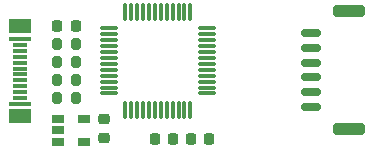
<source format=gtp>
%TF.GenerationSoftware,KiCad,Pcbnew,(6.0.1)*%
%TF.CreationDate,2022-01-24T11:38:00+08:00*%
%TF.ProjectId,ST-Link_v2-1,53542d4c-696e-46b5-9f76-322d312e6b69,rev?*%
%TF.SameCoordinates,Original*%
%TF.FileFunction,Paste,Top*%
%TF.FilePolarity,Positive*%
%FSLAX46Y46*%
G04 Gerber Fmt 4.6, Leading zero omitted, Abs format (unit mm)*
G04 Created by KiCad (PCBNEW (6.0.1)) date 2022-01-24 11:38:00*
%MOMM*%
%LPD*%
G01*
G04 APERTURE LIST*
G04 Aperture macros list*
%AMRoundRect*
0 Rectangle with rounded corners*
0 $1 Rounding radius*
0 $2 $3 $4 $5 $6 $7 $8 $9 X,Y pos of 4 corners*
0 Add a 4 corners polygon primitive as box body*
4,1,4,$2,$3,$4,$5,$6,$7,$8,$9,$2,$3,0*
0 Add four circle primitives for the rounded corners*
1,1,$1+$1,$2,$3*
1,1,$1+$1,$4,$5*
1,1,$1+$1,$6,$7*
1,1,$1+$1,$8,$9*
0 Add four rect primitives between the rounded corners*
20,1,$1+$1,$2,$3,$4,$5,0*
20,1,$1+$1,$4,$5,$6,$7,0*
20,1,$1+$1,$6,$7,$8,$9,0*
20,1,$1+$1,$8,$9,$2,$3,0*%
G04 Aperture macros list end*
%ADD10RoundRect,0.218750X0.218750X0.256250X-0.218750X0.256250X-0.218750X-0.256250X0.218750X-0.256250X0*%
%ADD11RoundRect,0.075000X0.662500X0.075000X-0.662500X0.075000X-0.662500X-0.075000X0.662500X-0.075000X0*%
%ADD12RoundRect,0.075000X0.075000X0.662500X-0.075000X0.662500X-0.075000X-0.662500X0.075000X-0.662500X0*%
%ADD13RoundRect,0.218750X0.256250X-0.218750X0.256250X0.218750X-0.256250X0.218750X-0.256250X-0.218750X0*%
%ADD14RoundRect,0.150000X0.700000X-0.150000X0.700000X0.150000X-0.700000X0.150000X-0.700000X-0.150000X0*%
%ADD15RoundRect,0.250000X1.100000X-0.250000X1.100000X0.250000X-1.100000X0.250000X-1.100000X-0.250000X0*%
%ADD16RoundRect,0.218750X-0.218750X-0.256250X0.218750X-0.256250X0.218750X0.256250X-0.218750X0.256250X0*%
%ADD17RoundRect,0.200000X-0.200000X-0.275000X0.200000X-0.275000X0.200000X0.275000X-0.200000X0.275000X0*%
%ADD18RoundRect,0.200000X0.200000X0.275000X-0.200000X0.275000X-0.200000X-0.275000X0.200000X-0.275000X0*%
%ADD19R,1.850000X0.300000*%
%ADD20R,1.250000X0.300000*%
%ADD21R,1.850000X1.180000*%
%ADD22R,1.060000X0.650000*%
G04 APERTURE END LIST*
D10*
%TO.C,ST*%
X145821500Y-103378000D03*
X144246500Y-103378000D03*
%TD*%
D11*
%TO.C,U1*%
X156943500Y-109049000D03*
X156943500Y-108549000D03*
X156943500Y-108049000D03*
X156943500Y-107549000D03*
X156943500Y-107049000D03*
X156943500Y-106549000D03*
X156943500Y-106049000D03*
X156943500Y-105549000D03*
X156943500Y-105049000D03*
X156943500Y-104549000D03*
X156943500Y-104049000D03*
X156943500Y-103549000D03*
D12*
X155531000Y-102136500D03*
X155031000Y-102136500D03*
X154531000Y-102136500D03*
X154031000Y-102136500D03*
X153531000Y-102136500D03*
X153031000Y-102136500D03*
X152531000Y-102136500D03*
X152031000Y-102136500D03*
X151531000Y-102136500D03*
X151031000Y-102136500D03*
X150531000Y-102136500D03*
X150031000Y-102136500D03*
D11*
X148618500Y-103549000D03*
X148618500Y-104049000D03*
X148618500Y-104549000D03*
X148618500Y-105049000D03*
X148618500Y-105549000D03*
X148618500Y-106049000D03*
X148618500Y-106549000D03*
X148618500Y-107049000D03*
X148618500Y-107549000D03*
X148618500Y-108049000D03*
X148618500Y-108549000D03*
X148618500Y-109049000D03*
D12*
X150031000Y-110461500D03*
X150531000Y-110461500D03*
X151031000Y-110461500D03*
X151531000Y-110461500D03*
X152031000Y-110461500D03*
X152531000Y-110461500D03*
X153031000Y-110461500D03*
X153531000Y-110461500D03*
X154031000Y-110461500D03*
X154531000Y-110461500D03*
X155031000Y-110461500D03*
X155531000Y-110461500D03*
%TD*%
D10*
%TO.C,Rx*%
X157124500Y-112903000D03*
X155549500Y-112903000D03*
%TD*%
D13*
%TO.C,3.3*%
X148209000Y-112801500D03*
X148209000Y-111226500D03*
%TD*%
D14*
%TO.C,J1*%
X165790000Y-110186000D03*
X165790000Y-108936000D03*
X165790000Y-107686000D03*
X165790000Y-106436000D03*
X165790000Y-105186000D03*
X165790000Y-103936000D03*
D15*
X168990000Y-102086000D03*
X168990000Y-112036000D03*
%TD*%
D16*
%TO.C,Tx*%
X154076500Y-112903000D03*
X152501500Y-112903000D03*
%TD*%
D17*
%TO.C,R11*%
X144209000Y-104902000D03*
X145859000Y-104902000D03*
%TD*%
D18*
%TO.C,R17*%
X145859000Y-106426000D03*
X144209000Y-106426000D03*
%TD*%
D17*
%TO.C,R22*%
X144209000Y-109474000D03*
X145859000Y-109474000D03*
%TD*%
D18*
%TO.C,R18*%
X145859000Y-107950000D03*
X144209000Y-107950000D03*
%TD*%
D19*
%TO.C,P1*%
X141097000Y-109938000D03*
D20*
X141097000Y-109438000D03*
X141097000Y-108938000D03*
X141097000Y-108438000D03*
X141097000Y-107938000D03*
X141097000Y-107438000D03*
X141097000Y-106938000D03*
X141097000Y-106438000D03*
X141097000Y-105938000D03*
X141097000Y-105438000D03*
X141097000Y-104938000D03*
D19*
X141097000Y-104438000D03*
D21*
X141097000Y-110998000D03*
X141097000Y-103378000D03*
%TD*%
D22*
%TO.C,U2*%
X144339000Y-111226500D03*
X144339000Y-112176500D03*
X144339000Y-113126500D03*
X146539000Y-113126500D03*
X146539000Y-111226500D03*
%TD*%
M02*

</source>
